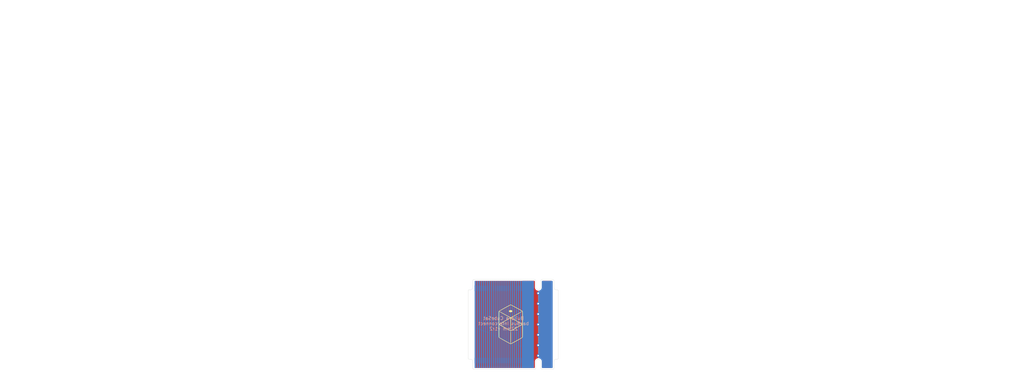
<source format=kicad_pcb>
(kicad_pcb (version 20240108) (generator "pcbnew") (generator_version "8.0")
  (title_block (title "bac bacBus Interconnect 22mm v1") (date "2024-10-06") (rev "2") (company "Build a CubeSat") (comment 1 "Manuel Imboden") (comment 2 "CC BY-SA 4.0") (comment 3 "https://buildacubesat.space") (comment 4 "22mm"))
  (layers (0 "F.Cu" signal) (31 "B.Cu" signal) (34 "B.Paste" user) (35 "F.Paste" user) (36 "B.SilkS" user "B.Silkscreen") (37 "F.SilkS" user "F.Silkscreen") (38 "B.Mask" user) (39 "F.Mask" user) (44 "Edge.Cuts" user))
  (net 0 "")
  (net 1 "GND")
  (net 2 "Net-(J1-Pin_41)")
  (net 3 "Net-(J1-Pin_29)")
  (net 4 "Net-(J1-Pin_37)")
  (net 5 "Net-(J1-Pin_43)")
  (net 6 "Net-(J1-Pin_42)")
  (net 7 "Net-(J1-Pin_31)")
  (net 8 "/+5V")
  (net 9 "Net-(J1-Pin_10)")
  (net 10 "/+3V3")
  (net 11 "Net-(J1-Pin_25)")
  (net 12 "Net-(J1-Pin_9)")
  (net 13 "Net-(J1-Pin_8)")
  (net 14 "Net-(J1-Pin_16)")
  (net 15 "Net-(J1-Pin_15)")
  (net 16 "Net-(J1-Pin_4)")
  (net 17 "Net-(J1-Pin_36)")
  (net 18 "Net-(J1-Pin_35)")
  (net 19 "Net-(J1-Pin_17)")
  (net 20 "Net-(J1-Pin_33)")
  (net 21 "Net-(J1-Pin_7)")
  (net 22 "Net-(J1-Pin_34)")
  (net 23 "Net-(J1-Pin_22)")
  (net 24 "Net-(J1-Pin_44)")
  (net 25 "Net-(J1-Pin_12)")
  (net 26 "Net-(J1-Pin_24)")
  (net 27 "Net-(J1-Pin_2)")
  (net 28 "Net-(J1-Pin_23)")
  (net 29 "Net-(J1-Pin_21)")
  (net 30 "Net-(J1-Pin_28)")
  (net 31 "Net-(J1-Pin_27)")
  (net 32 "Net-(J1-Pin_39)")
  (net 33 "Net-(J1-Pin_6)")
  (net 34 "Net-(J1-Pin_19)")
  (net 35 "Net-(J1-Pin_5)")
  (net 36 "Net-(J1-Pin_14)")
  (net 37 "Net-(J1-Pin_45)")
  (net 38 "Net-(J1-Pin_32)")
  (net 39 "Net-(J1-Pin_1)")
  (net 40 "Net-(J1-Pin_46)")
  (net 41 "Net-(J1-Pin_11)")
  (net 42 "Net-(J1-Pin_18)")
  (net 43 "Net-(J1-Pin_20)")
  (net 44 "Net-(J1-Pin_30)")
  (net 45 "Net-(J1-Pin_3)")
  (net 46 "Net-(J1-Pin_26)")
  (net 47 "Net-(J1-Pin_40)")
  (net 48 "Net-(J1-Pin_38)")
  (net 49 "Net-(J1-Pin_13)")
  (footprint "bac EPS v1:bac-M.2-Key-M-bacBus-Card-Edge-Zp" (layer "F.Cu") (at 150.354875 91.719554)
    (property "Reference" "J1" (hide yes))
    (property "Value" "bac M.2 Key-M Card Edge" (hide yes))
    (pad "1" smd rect (at -9.304757 -2.25) (size 0.35 2.5) (layers "B.Cu" "B.Mask") (net 39 "Net-(J1-Pin_1)"))
    (pad "2" smd rect (at -9.05 -2.25) (size 0.35 2.5) (layers "F.Cu" "F.Mask") (net 27 "Net-(J1-Pin_2)"))
    (pad "3" smd rect (at -8.804757 -2.25) (size 0.35 2.5) (layers "B.Cu" "B.Mask") (net 45 "Net-(J1-Pin_3)"))
    (pad "4" smd rect (at -8.55 -2.25) (size 0.35 2.5) (layers "F.Cu" "F.Mask") (net 16 "Net-(J1-Pin_4)"))
    (pad "5" smd rect (at -8.304757 -2.25) (size 0.35 2.5) (layers "B.Cu" "B.Mask") (net 35 "Net-(J1-Pin_5)"))
    (pad "6" smd rect (at -8.05 -2.25) (size 0.35 2.5) (layers "F.Cu" "F.Mask") (net 33 "Net-(J1-Pin_6)"))
    (pad "7" smd rect (at -7.804757 -2.25) (size 0.35 2.5) (layers "B.Cu" "B.Mask") (net 21 "Net-(J1-Pin_7)"))
    (pad "8" smd rect (at -7.55 -2.25) (size 0.35 2.5) (layers "F.Cu" "F.Mask") (net 13 "Net-(J1-Pin_8)"))
    (pad "9" smd rect (at -7.304757 -2.25) (size 0.35 2.5) (layers "B.Cu" "B.Mask") (net 12 "Net-(J1-Pin_9)"))
    (pad "10" smd rect (at -7.05 -2.25) (size 0.35 2.5) (layers "F.Cu" "F.Mask") (net 9 "Net-(J1-Pin_10)"))
    (pad "11" smd rect (at -6.804757 -2.25) (size 0.35 2.5) (layers "B.Cu" "B.Mask") (net 41 "Net-(J1-Pin_11)"))
    (pad "12" smd rect (at -6.55 -2.25) (size 0.35 2.5) (layers "F.Cu" "F.Mask") (net 25 "Net-(J1-Pin_12)"))
    (pad "13" smd rect (at -6.304757 -2.25) (size 0.35 2.5) (layers "B.Cu" "B.Mask") (net 49 "Net-(J1-Pin_13)"))
    (pad "14" smd rect (at -6.05 -2.25) (size 0.35 2.5) (layers "F.Cu" "F.Mask") (net 36 "Net-(J1-Pin_14)"))
    (pad "15" smd rect (at -5.804757 -2.25) (size 0.35 2.5) (layers "B.Cu" "B.Mask") (net 15 "Net-(J1-Pin_15)"))
    (pad "16" smd rect (at -5.55 -2.25) (size 0.35 2.5) (layers "F.Cu" "F.Mask") (net 14 "Net-(J1-Pin_16)"))
    (pad "17" smd rect (at -5.304757 -2.25) (size 0.35 2.5) (layers "B.Cu" "B.Mask") (net 19 "Net-(J1-Pin_17)"))
    (pad "18" smd rect (at -5.05 -2.25) (size 0.35 2.5) (layers "F.Cu" "F.Mask") (net 42 "Net-(J1-Pin_18)"))
    (pad "19" smd rect (at -4.804757 -2.25) (size 0.35 2.5) (layers "B.Cu" "B.Mask") (net 34 "Net-(J1-Pin_19)"))
    (pad "20" smd rect (at -4.55 -2.25) (size 0.35 2.5) (layers "F.Cu" "F.Mask") (net 43 "Net-(J1-Pin_20)"))
    (pad "21" smd rect (at -4.304757 -2.25) (size 0.35 2.5) (layers "B.Cu" "B.Mask") (net 29 "Net-(J1-Pin_21)"))
    (pad "22" smd rect (at -4.05 -2.25) (size 0.35 2.5) (layers "F.Cu" "F.Mask") (net 23 "Net-(J1-Pin_22)"))
    (pad "23" smd rect (at -3.804757 -2.25) (size 0.35 2.5) (layers "B.Cu" "B.Mask") (net 28 "Net-(J1-Pin_23)"))
    (pad "24" smd rect (at -3.55 -2.25) (size 0.35 2.5) (layers "F.Cu" "F.Mask") (net 26 "Net-(J1-Pin_24)"))
    (pad "25" smd rect (at -3.304757 -2.25) (size 0.35 2.5) (layers "B.Cu" "B.Mask") (net 11 "Net-(J1-Pin_25)"))
    (pad "26" smd rect (at -3.05 -2.25) (size 0.35 2.5) (layers "F.Cu" "F.Mask") (net 46 "Net-(J1-Pin_26)"))
    (pad "27" smd rect (at -2.804757 -2.25) (size 0.35 2.5) (layers "B.Cu" "B.Mask") (net 31 "Net-(J1-Pin_27)"))
    (pad "28" smd rect (at -2.55 -2.25) (size 0.35 2.5) (layers "F.Cu" "F.Mask") (net 30 "Net-(J1-Pin_28)"))
    (pad "29" smd rect (at -2.304757 -2.25) (size 0.35 2.5) (layers "B.Cu" "B.Mask") (net 3 "Net-(J1-Pin_29)"))
    (pad "30" smd rect (at -2.05 -2.25) (size 0.35 2.5) (layers "F.Cu" "F.Mask") (net 44 "Net-(J1-Pin_30)"))
    (pad "31" smd rect (at -1.804757 -2.25) (size 0.35 2.5) (layers "B.Cu" "B.Mask") (net 7 "Net-(J1-Pin_31)"))
    (pad "32" smd rect (at -1.55 -2.25) (size 0.35 2.5) (layers "F.Cu" "F.Mask") (net 38 "Net-(J1-Pin_32)"))
    (pad "33" smd rect (at -1.304757 -2.25) (size 0.35 2.5) (layers "B.Cu" "B.Mask") (net 20 "Net-(J1-Pin_33)"))
    (pad "34" smd rect (at -1.05 -2.25) (size 0.35 2.5) (layers "F.Cu" "F.Mask") (net 22 "Net-(J1-Pin_34)"))
    (pad "35" smd rect (at -0.804757 -2.25) (size 0.35 2.5) (layers "B.Cu" "B.Mask") (net 18 "Net-(J1-Pin_35)"))
    (pad "36" smd rect (at -0.55 -2.25) (size 0.35 2.5) (layers "F.Cu" "F.Mask") (net 17 "Net-(J1-Pin_36)"))
    (pad "37" smd rect (at -0.304757 -2.25) (size 0.35 2.5) (layers "B.Cu" "B.Mask") (net 4 "Net-(J1-Pin_37)"))
    (pad "38" smd rect (at -0.05 -2.25) (size 0.35 2.5) (layers "F.Cu" "F.Mask") (net 48 "Net-(J1-Pin_38)"))
    (pad "39" smd rect (at 0.195243 -2.25) (size 0.35 2.5) (layers "B.Cu" "B.Mask") (net 32 "Net-(J1-Pin_39)"))
    (pad "40" smd rect (at 0.45 -2.25) (size 0.35 2.5) (layers "F.Cu" "F.Mask") (net 47 "Net-(J1-Pin_40)"))
    (pad "41" smd rect (at 0.695243 -2.25) (size 0.35 2.5) (layers "B.Cu" "B.Mask") (net 2 "Net-(J1-Pin_41)"))
    (pad "42" smd rect (at 0.95 -2.25) (size 0.35 2.5) (layers "F.Cu" "F.Mask") (net 6 "Net-(J1-Pin_42)"))
    (pad "43" smd rect (at 1.195243 -2.25) (size 0.35 2.5) (layers "B.Cu" "B.Mask") (net 5 "Net-(J1-Pin_43)"))
    (pad "44" smd rect (at 1.45 -2.25) (size 0.35 2.5) (layers "F.Cu" "F.Mask") (net 24 "Net-(J1-Pin_44)"))
    (pad "45" smd rect (at 1.695243 -2.25) (size 0.35 2.5) (layers "B.Cu" "B.Mask") (net 37 "Net-(J1-Pin_45)"))
    (pad "46" smd rect (at 1.95 -2.25) (size 0.35 2.5) (layers "F.Cu" "F.Mask") (net 40 "Net-(J1-Pin_46)"))
    (pad "47" smd rect (at 2.195243 -2.25) (size 0.35 2.5) (layers "B.Cu" "B.Mask") (net 10 "/+3V3"))
    (pad "48" smd rect (at 2.45 -2.25) (size 0.35 2.5) (layers "F.Cu" "F.Mask") (net 1 "GND"))
    (pad "49" smd rect (at 2.695243 -2.25) (size 0.35 2.5) (layers "B.Cu" "B.Mask") (net 10 "/+3V3"))
    (pad "50" smd rect (at 2.95 -2.25) (size 0.35 2.5) (layers "F.Cu" "F.Mask") (net 1 "GND"))
    (pad "51" smd rect (at 3.195243 -2.25) (size 0.35 2.5) (layers "B.Cu" "B.Mask") (net 10 "/+3V3"))
    (pad "52" smd rect (at 3.45 -2.25) (size 0.35 2.5) (layers "F.Cu" "F.Mask") (net 1 "GND"))
    (pad "53" smd rect (at 3.695243 -2.25) (size 0.35 2.5) (layers "B.Cu" "B.Mask") (net 10 "/+3V3"))
    (pad "54" smd rect (at 3.95 -2.25) (size 0.35 2.5) (layers "F.Cu" "F.Mask") (net 1 "GND"))
    (pad "55" smd rect (at 4.195243 -2.25) (size 0.35 2.5) (layers "B.Cu" "B.Mask") (net 10 "/+3V3"))
    (pad "56" smd rect (at 4.45 -2.25) (size 0.35 2.5) (layers "F.Cu" "F.Mask") (net 1 "GND"))
    (pad "57" smd rect (at 4.695243 -2.25) (size 0.35 2.5) (layers "B.Cu" "B.Mask") (net 10 "/+3V3"))
    (pad "58" smd rect (at 4.95 -2.25) (size 0.35 2.5) (layers "F.Cu" "F.Mask") (net 1 "GND"))
    (pad "67" smd rect (at 7.195243 -2.25) (size 0.35 2.5) (layers "B.Cu" "B.Mask") (net 1 "GND"))
    (pad "68" smd rect (at 7.45 -2.25) (size 0.35 2.5) (layers "F.Cu" "F.Mask") (net 8 "/+5V"))
    (pad "69" smd rect (at 7.695243 -2.25) (size 0.35 2.5) (layers "B.Cu" "B.Mask") (net 1 "GND"))
    (pad "70" smd rect (at 7.95 -2.25) (size 0.35 2.5) (layers "F.Cu" "F.Mask") (net 8 "/+5V"))
    (pad "71" smd rect (at 8.195243 -2.25) (size 0.35 2.5) (layers "B.Cu" "B.Mask") (net 1 "GND"))
    (pad "72" smd rect (at 8.45 -2.25) (size 0.35 2.5) (layers "F.Cu" "F.Mask") (net 8 "/+5V"))
    (pad "73" smd rect (at 8.695243 -2.25) (size 0.35 2.5) (layers "B.Cu" "B.Mask") (net 1 "GND"))
    (pad "74" smd rect (at 8.95 -2.25) (size 0.35 2.5) (layers "F.Cu" "F.Mask") (net 8 "/+5V"))
    (pad "75" smd rect (at 9.2 -2.25) (size 0.35 2.5) (layers "B.Cu" "B.Mask") (net 1 "GND"))
  )
  (footprint "bac EPS v1:bac-M.2-Key-M-bacBus-Card-Edge-Zm" (layer "F.Cu") (at 150.150059 110.197277)
    (property "Reference" "J2" (hide yes))
    (property "Value" "bac M.2 Key-M Card Edge" (hide yes))
    (pad "1" smd rect (at -9.104757 -1.95 180) (size 0.35 2.5) (layers "B.Cu" "B.Mask") (net 39 "Net-(J1-Pin_1)"))
    (pad "2" smd rect (at -8.85 -1.95 180) (size 0.35 2.5) (layers "F.Cu" "F.Mask") (net 27 "Net-(J1-Pin_2)"))
    (pad "3" smd rect (at -8.604757 -1.95 180) (size 0.35 2.5) (layers "B.Cu" "B.Mask") (net 45 "Net-(J1-Pin_3)"))
    (pad "4" smd rect (at -8.35 -1.95 180) (size 0.35 2.5) (layers "F.Cu" "F.Mask") (net 16 "Net-(J1-Pin_4)"))
    (pad "5" smd rect (at -8.104757 -1.95 180) (size 0.35 2.5) (layers "B.Cu" "B.Mask") (net 35 "Net-(J1-Pin_5)"))
    (pad "6" smd rect (at -7.85 -1.95 180) (size 0.35 2.5) (layers "F.Cu" "F.Mask") (net 33 "Net-(J1-Pin_6)"))
    (pad "7" smd rect (at -7.604757 -1.95 180) (size 0.35 2.5) (layers "B.Cu" "B.Mask") (net 21 "Net-(J1-Pin_7)"))
    (pad "8" smd rect (at -7.35 -1.95 180) (size 0.35 2.5) (layers "F.Cu" "F.Mask") (net 13 "Net-(J1-Pin_8)"))
    (pad "9" smd rect (at -7.104757 -1.95 180) (size 0.35 2.5) (layers "B.Cu" "B.Mask") (net 12 "Net-(J1-Pin_9)"))
    (pad "10" smd rect (at -6.85 -1.95 180) (size 0.35 2.5) (layers "F.Cu" "F.Mask") (net 9 "Net-(J1-Pin_10)"))
    (pad "11" smd rect (at -6.604757 -1.95 180) (size 0.35 2.5) (layers "B.Cu" "B.Mask") (net 41 "Net-(J1-Pin_11)"))
    (pad "12" smd rect (at -6.35 -1.95 180) (size 0.35 2.5) (layers "F.Cu" "F.Mask") (net 25 "Net-(J1-Pin_12)"))
    (pad "13" smd rect (at -6.104757 -1.95 180) (size 0.35 2.5) (layers "B.Cu" "B.Mask") (net 49 "Net-(J1-Pin_13)"))
    (pad "14" smd rect (at -5.85 -1.95 180) (size 0.35 2.5) (layers "F.Cu" "F.Mask") (net 36 "Net-(J1-Pin_14)"))
    (pad "15" smd rect (at -5.604757 -1.95 180) (size 0.35 2.5) (layers "B.Cu" "B.Mask") (net 15 "Net-(J1-Pin_15)"))
    (pad "16" smd rect (at -5.35 -1.95 180) (size 0.35 2.5) (layers "F.Cu" "F.Mask") (net 14 "Net-(J1-Pin_16)"))
    (pad "17" smd rect (at -5.104757 -1.95 180) (size 0.35 2.5) (layers "B.Cu" "B.Mask") (net 19 "Net-(J1-Pin_17)"))
    (pad "18" smd rect (at -4.85 -1.95 180) (size 0.35 2.5) (layers "F.Cu" "F.Mask") (net 42 "Net-(J1-Pin_18)"))
    (pad "19" smd rect (at -4.604757 -1.95 180) (size 0.35 2.5) (layers "B.Cu" "B.Mask") (net 34 "Net-(J1-Pin_19)"))
    (pad "20" smd rect (at -4.35 -1.95 180) (size 0.35 2.5) (layers "F.Cu" "F.Mask") (net 43 "Net-(J1-Pin_20)"))
    (pad "21" smd rect (at -4.104757 -1.95 180) (size 0.35 2.5) (layers "B.Cu" "B.Mask") (net 29 "Net-(J1-Pin_21)"))
    (pad "22" smd rect (at -3.85 -1.95 180) (size 0.35 2.5) (layers "F.Cu" "F.Mask") (net 23 "Net-(J1-Pin_22)"))
    (pad "23" smd rect (at -3.604757 -1.95 180) (size 0.35 2.5) (layers "B.Cu" "B.Mask") (net 28 "Net-(J1-Pin_23)"))
    (pad "24" smd rect (at -3.35 -1.95 180) (size 0.35 2.5) (layers "F.Cu" "F.Mask") (net 26 "Net-(J1-Pin_24)"))
    (pad "25" smd rect (at -3.104757 -1.95 180) (size 0.35 2.5) (layers "B.Cu" "B.Mask") (net 11 "Net-(J1-Pin_25)"))
    (pad "26" smd rect (at -2.85 -1.95 180) (size 0.35 2.5) (layers "F.Cu" "F.Mask") (net 46 "Net-(J1-Pin_26)"))
    (pad "27" smd rect (at -2.604757 -1.95 180) (size 0.35 2.5) (layers "B.Cu" "B.Mask") (net 31 "Net-(J1-Pin_27)"))
    (pad "28" smd rect (at -2.35 -1.95 180) (size 0.35 2.5) (layers "F.Cu" "F.Mask") (net 30 "Net-(J1-Pin_28)"))
    (pad "29" smd rect (at -2.104757 -1.95 180) (size 0.35 2.5) (layers "B.Cu" "B.Mask") (net 3 "Net-(J1-Pin_29)"))
    (pad "30" smd rect (at -1.85 -1.95 180) (size 0.35 2.5) (layers "F.Cu" "F.Mask") (net 44 "Net-(J1-Pin_30)"))
    (pad "31" smd rect (at -1.604757 -1.95 180) (size 0.35 2.5) (layers "B.Cu" "B.Mask") (net 7 "Net-(J1-Pin_31)"))
    (pad "32" smd rect (at -1.35 -1.95 180) (size 0.35 2.5) (layers "F.Cu" "F.Mask") (net 38 "Net-(J1-Pin_32)"))
    (pad "33" smd rect (at -1.104757 -1.95 180) (size 0.35 2.5) (layers "B.Cu" "B.Mask") (net 20 "Net-(J1-Pin_33)"))
    (pad "34" smd rect (at -0.85 -1.95 180) (size 0.35 2.5) (layers "F.Cu" "F.Mask") (net 22 "Net-(J1-Pin_34)"))
    (pad "35" smd rect (at -0.604757 -1.95 180) (size 0.35 2.5) (layers "B.Cu" "B.Mask") (net 18 "Net-(J1-Pin_35)"))
    (pad "36" smd rect (at -0.35 -1.95 180) (size 0.35 2.5) (layers "F.Cu" "F.Mask") (net 17 "Net-(J1-Pin_36)"))
    (pad "37" smd rect (at -0.104757 -1.95 180) (size 0.35 2.5) (layers "B.Cu" "B.Mask") (net 4 "Net-(J1-Pin_37)"))
    (pad "38" smd rect (at 0.15 -1.95 180) (size 0.35 2.5) (layers "F.Cu" "F.Mask") (net 48 "Net-(J1-Pin_38)"))
    (pad "39" smd rect (at 0.395243 -1.95 180) (size 0.35 2.5) (layers "B.Cu" "B.Mask") (net 32 "Net-(J1-Pin_39)"))
    (pad "40" smd rect (at 0.65 -1.95 180) (size 0.35 2.5) (layers "F.Cu" "F.Mask") (net 47 "Net-(J1-Pin_40)"))
    (pad "41" smd rect (at 0.895243 -1.95 180) (size 0.35 2.5) (layers "B.Cu" "B.Mask") (net 2 "Net-(J1-Pin_41)"))
    (pad "42" smd rect (at 1.15 -1.95 180) (size 0.35 2.5) (layers "F.Cu" "F.Mask") (net 6 "Net-(J1-Pin_42)"))
    (pad "43" smd rect (at 1.395243 -1.95 180) (size 0.35 2.5) (layers "B.Cu" "B.Mask") (net 5 "Net-(J1-Pin_43)"))
    (pad "44" smd rect (at 1.65 -1.95 180) (size 0.35 2.5) (layers "F.Cu" "F.Mask") (net 24 "Net-(J1-Pin_44)"))
    (pad "45" smd rect (at 1.895243 -1.95 180) (size 0.35 2.5) (layers "B.Cu" "B.Mask") (net 37 "Net-(J1-Pin_45)"))
    (pad "46" smd rect (at 2.15 -1.95 180) (size 0.35 2.5) (layers "F.Cu" "F.Mask") (net 40 "Net-(J1-Pin_46)"))
    (pad "47" smd rect (at 2.395243 -1.95 180) (size 0.35 2.5) (layers "B.Cu" "B.Mask") (net 10 "/+3V3"))
    (pad "48" smd rect (at 2.65 -1.95 180) (size 0.35 2.5) (layers "F.Cu" "F.Mask") (net 1 "GND"))
    (pad "49" smd rect (at 2.895243 -1.95 180) (size 0.35 2.5) (layers "B.Cu" "B.Mask") (net 10 "/+3V3"))
    (pad "50" smd rect (at 3.15 -1.95 180) (size 0.35 2.5) (layers "F.Cu" "F.Mask") (net 1 "GND"))
    (pad "51" smd rect (at 3.395243 -1.95 180) (size 0.35 2.5) (layers "B.Cu" "B.Mask") (net 10 "/+3V3"))
    (pad "52" smd rect (at 3.65 -1.95 180) (size 0.35 2.5) (layers "F.Cu" "F.Mask") (net 1 "GND"))
    (pad "53" smd rect (at 3.895243 -1.95 180) (size 0.35 2.5) (layers "B.Cu" "B.Mask") (net 10 "/+3V3"))
    (pad "54" smd rect (at 4.15 -1.95 180) (size 0.35 2.5) (layers "F.Cu" "F.Mask") (net 1 "GND"))
    (pad "55" smd rect (at 4.395243 -1.95 180) (size 0.35 2.5) (layers "B.Cu" "B.Mask") (net 10 "/+3V3"))
    (pad "56" smd rect (at 4.65 -1.95 180) (size 0.35 2.5) (layers "F.Cu" "F.Mask") (net 1 "GND"))
    (pad "57" smd rect (at 4.895243 -1.95 180) (size 0.35 2.5) (layers "B.Cu" "B.Mask") (net 10 "/+3V3"))
    (pad "58" smd rect (at 5.15 -1.95 180) (size 0.35 2.5) (layers "F.Cu" "F.Mask") (net 1 "GND"))
    (pad "67" smd rect (at 7.395243 -1.95 180) (size 0.35 2.5) (layers "B.Cu" "B.Mask") (net 1 "GND"))
    (pad "68" smd rect (at 7.65 -1.95 180) (size 0.35 2.5) (layers "F.Cu" "F.Mask") (net 8 "/+5V"))
    (pad "69" smd rect (at 7.895243 -1.95 180) (size 0.35 2.5) (layers "B.Cu" "B.Mask") (net 1 "GND"))
    (pad "70" smd rect (at 8.15 -1.95 180) (size 0.35 2.5) (layers "F.Cu" "F.Mask") (net 8 "/+5V"))
    (pad "71" smd rect (at 8.395243 -1.95 180) (size 0.35 2.5) (layers "B.Cu" "B.Mask") (net 1 "GND"))
    (pad "72" smd rect (at 8.65 -1.95 180) (size 0.35 2.5) (layers "F.Cu" "F.Mask") (net 8 "/+5V"))
    (pad "73" smd rect (at 8.895243 -1.95 180) (size 0.35 2.5) (layers "B.Cu" "B.Mask") (net 1 "GND"))
    (pad "74" smd rect (at 9.15 -1.95 180) (size 0.35 2.5) (layers "F.Cu" "F.Mask") (net 8 "/+5V"))
    (pad "75" smd rect (at 9.4 -1.95 180) (size 0.35 2.5) (layers "B.Cu" "B.Mask") (net 1 "GND"))
  )
  (footprint "bac EPS v1:bac-logo-silkscreen-10mm" (layer "F.Cu") (at 149.700059 98.797277)
    (property "Reference" "G***" (hide yes))
    (property "Value" "LOGO" (hide yes))
    (fp_poly (pts (xy 0.104629 -3.433535) (xy 0.247587 -3.3864) (xy 0.282591 -3.364288) (xy 0.368257 -3.264927) (xy 0.385573 -3.155463) (xy 0.334314 -3.050569) (xy 0.288032 -3.00818) (xy 0.162874 -2.950084) (xy 0.002159 -2.921681) (xy -0.16106 -2.925964) (xy -0.276101 -2.957095) (xy -0.406526 -3.040834) (xy -0.468708 -3.13807) (xy -0.461196 -3.241423) (xy -0.382538 -3.34351) (xy -0.356213 -3.364567) (xy -0.227256 -3.422632) (xy -0.063647 -3.445617)) (fill solid) (layer "F.SilkS"))
    (fp_poly (pts (xy -0.004538 1.737519) (xy 0.006841 1.763915) (xy 0.015967 1.815747) (xy 0.02308 1.899429) (xy 0.028416 2.021374) (xy 0.032213 2.187995) (xy 0.034709 2.405706) (xy 0.03614 2.68092) (xy 0.036745 3.020051) (xy 0.036812 3.221015) (xy 0.036539 3.595441) (xy 0.035561 3.902659) (xy 0.033641 4.149082) (xy 0.030542 4.341123) (xy 0.026026 4.485197) (xy 0.019855 4.587716) (xy 0.011791 4.655093) (xy 0.001598 4.693743) (xy -0.010962 4.710079) (xy -0.018405 4.711884) (xy -0.032273 4.704511) (xy -0.043652 4.678115) (xy -0.052778 4.626282) (xy -0.059891 4.542601) (xy -0.065227 4.420656) (xy -0.069024 4.254035) (xy -0.07152 4.036324) (xy -0.072951 3.76111) (xy -0.073556 3.421979) (xy -0.073623 3.221015) (xy -0.07335 2.846589) (xy -0.072372 2.539371) (xy -0.070452 2.292948) (xy -0.067353 2.100906) (xy -0.062837 1.956833) (xy -0.056665 1.854314) (xy -0.048602 1.786936) (xy -0.038409 1.748286) (xy -0.025849 1.731951) (xy -0.018405 1.730145)) (fill solid) (layer "F.SilkS"))
    (fp_poly (pts (xy 0.019223 -4.779189) (xy 0.123791 -4.730485) (xy 0.276085 -4.654574) (xy 0.46789 -4.555912) (xy 0.690993 -4.438956) (xy 0.93718 -4.308166) (xy 1.198238 -4.167997) (xy 1.465954 -4.022906) (xy 1.732112 -3.877353) (xy 1.988501 -3.735793) (xy 2.226905 -3.602683) (xy 2.439112 -3.482482) (xy 2.616908 -3.379647) (xy 2.752079 -3.298635) (xy 2.836412 -3.243903) (xy 2.850317 -3.233478) (xy 2.863781 -3.221732) (xy 2.875574 -3.206375) (xy 2.885821 -3.182698) (xy 2.894648 -3.14599) (xy 2.902184 -3.091543) (xy 2.908553 -3.014647) (xy 2.913883 -2.910592) (xy 2.918301 -2.774667) (xy 2.921931 -2.602164) (xy 2.924902 -2.388373) (xy 2.92734 -2.128584) (xy 2.92937 -1.818087) (xy 2.931121 -1.452173) (xy 2.932718 -1.026132) (xy 2.934287 -0.535254) (xy 2.935721 -0.054402) (xy 2.936776 0.420842) (xy 2.937115 0.876688) (xy 2.936772 1.307515) (xy 2.935783 1.707705) (xy 2.934183 2.071639) (xy 2.932008 2.393697) (xy 2.929294 2.66826) (xy 2.926075 2.889709) (xy 2.922387 3.052425) (xy 2.918265 3.150789) (xy 2.915371 3.17755) (xy 2.903968 3.20753) (xy 2.881588 3.239543) (xy 2.84253 3.277172) (xy 2.781093 3.323999) (xy 2.691576 3.383608) (xy 2.568278 3.459583) (xy 2.405498 3.555505) (xy 2.197534 3.674958) (xy 1.938686 3.821526) (xy 1.623252 3.998791) (xy 1.488925 4.074072) (xy 1.094877 4.293493) (xy 0.762474 4.475725) (xy 0.490267 4.621519) (xy 0.276807 4.731627) (xy 0.120646 4.806802) (xy 0.020334 4.847796) (xy -0.018405 4.85657) (xy -0.079966 4.839705) (xy -0.197515 4.788667) (xy -0.372324 4.702801) (xy -0.60566 4.581453) (xy -0.898795 4.423967) (xy -1.252998 4.229688) (xy -1.509275 4.087436) (xy -1.902273 3.866997) (xy -2.233045 3.678307) (xy -2.500995 3.52172) (xy -2.705531 3.397594) (xy -2.846059 3.306283) (xy -2.921985 3.248143) (xy -2.934947 3.232842) (xy -2.94338 3.200192) (xy -2.950794 3.133602) (xy -2.957242 3.029342) (xy -2.962777 2.883678) (xy -2.967453 2.692879) (xy -2.97132 2.453213) (xy -2.974434 2.160949) (xy -2.976846 1.812353) (xy -2.978609 1.403694) (xy -2.979776 0.93124) (xy -2.9804 0.391259) (xy -2.980491 0.14074) (xy -2.835305 0.14074) (xy -2.825696 1.680877) (xy -2.816087 3.221015) (xy -1.454058 3.98257) (xy -1.134001 4.160292) (xy -0.843 4.31944) (xy -0.586663 4.457085) (xy -0.370598 4.570297) (xy -0.200415 4.656144) (xy -0.081721 4.711699) (xy -0.020126 4.734029) (xy -0.015221 4.73426) (xy 0.032645 4.71477) (xy 0.137647 4.663169) (xy 0.292642 4.583245) (xy 0.490487 4.478785) (xy 0.72404 4.353577) (xy 0.986156 4.211409) (xy 1.269695 4.056067) (xy 1.414609 3.976109) (xy 1.703835 3.81542) (xy 1.972636 3.664668) (xy 2.214234 3.527757) (xy 2.42185 3.408595) (xy 2.588705 3.311086) (xy 2.708021 3.239137) (xy 2.773019 3.196654) (xy 2.783077 3.187571) (xy 2.7862 3.143104) (xy 2.788645 3.033025) (xy 2.790384 2.865345) (xy 2.791386 2.648072) (xy 2.79162 2.389215) (xy 2.791056 2.096785) (xy 2.789664 1.77879) (xy 2.788899 1.651002) (xy 2.779276 0.154685) (xy 1.42063 0.910205) (xy 1.128587 1.071531) (xy 0.85414 1.221079) (xy 0.604436 1.355103) (xy 0.386622 1.46986) (xy 0.207847 1.561605) (xy 0.075256 1.626595) (xy -0.004002 1.661085) (xy -0.021607 1.665725) (xy -0.066816 1.648554) (xy -0.168095 1.600005) (xy -0.317196 1.524528) (xy -0.505868 1.426571) (xy -0.725863 1.310582) (xy -0.968932 1.181011) (xy -1.226827 1.042306) (xy -1.491298 0.898915) (xy -1.754097 0.755287) (xy -2.006974 0.615871) (xy -2.241681 0.485115) (xy -2.449969 0.367467) (xy -2.623588 0.267378) (xy -2.715261 0.213048) (xy -2.835305 0.14074) (xy -2.980491 0.14074) (xy -2.98052 0.061477) (xy -2.753272 0.061477) (xy -2.74416 0.072219) (xy -2.728565 0.073624) (xy -2.690436 0.090997) (xy -2.595011 0.140605) (xy -2.449215 0.218679) (xy -2.259972 0.32145) (xy -2.034206 0.44515) (xy -1.778842 0.58601) (xy -1.500803 0.740262) (xy -1.375844 0.809855) (xy -1.090157 0.968717) (xy -0.824146 1.115808) (xy -0.584737 1.24736) (xy -0.378859 1.359605) (xy -0.213437 1.448773) (xy -0.095399 1.511095) (xy -0.031671 1.542804) (xy -0.022689 1.546087) (xy 0.015624 1.52878) (xy 0.111227 1.479383) (xy 0.257118 1.401687) (xy 0.446299 1.299481) (xy 0.671768 1.176553) (xy 0.926526 1.036692) (xy 1.203573 0.883689) (xy 1.308708 0.825404) (xy 1.593611 0.667024) (xy 1.859727 0.518562) (xy 2.099859 0.38407) (xy 2.306809 0.267605) (xy 2.473379 0.17322) (xy 2.59237 0.104972) (xy 2.656584 0.066914) (xy 2.664672 0.061563) (xy 2.669771 0.045575) (xy 2.650282 0.019258) (xy 2.60121 -0.020451) (xy 2.51756 -0.076616) (xy 2.394338 -0.152299) (xy 2.226549 -0.250565) (xy 2.009198 -0.374475) (xy 1.737289 -0.527094) (xy 1.40583 -0.711485) (xy 1.388598 -0.721043) (xy 0.055218 -1.460491) (xy 0.045597 0.005986) (xy 0.042859 0.377898) (xy 0.039805 0.682596) (xy 0.036156 0.926487) (xy 0.031633 1.11598) (xy 0.025955 1.257484) (xy 0.018843 1.357407) (xy 0.010018 1.422158) (xy -0.0008 1.458144) (xy -0.013892 1.471776) (xy -0.018405 1.472464) (xy -0.032238 1.464409) (xy -0.043716 1.435974) (xy -0.053119 1.380758) (xy -0.060724 1.292357) (xy -0.066812 1.164369) (xy -0.07166 0.99039) (xy -0.075549 0.764019) (xy -0.078756 0.478852) (xy -0.081561 0.128487) (xy -0.082408 0.003258) (xy -0.092029 -1.465947) (xy -1.425872 -0.723771) (xy -1.770377 -0.531647) (xy -2.054765 -0.371939) (xy -2.283583 -0.241861) (xy -2.461378 -0.138632) (xy -2.592697 -0.059466) (xy -2.682088 -0.001582) (xy -2.734097 0.037805) (xy -2.753272 0.061477) (xy -2.98052 0.061477) (xy -2.980538 0.012759) (xy -2.980527 -0.541662) (xy -2.980297 -1.027149) (xy -2.979757 -1.448395) (xy -2.979363 -1.59931) (xy -2.834492 -1.59931) (xy -2.834492 -0.078649) (xy -1.518478 -0.81242) (xy -1.234044 -0.971562) (xy -0.970365 -1.120154) (xy -0.734238 -1.254286) (xy -0.532459 -1.370049) (xy -0.371827 -1.463533) (xy -0.259139 -1.530828) (xy -0.201192 -1.568025) (xy -0.194808 -1.573747) (xy -0.224299 -1.596864) (xy -0.311685 -1.651313) (xy -0.450207 -1.733212) (xy -0.633107 -1.838678) (xy -0.853626 -1.963825) (xy -1.105004 -2.104772) (xy -1.380484 -2.257634) (xy -1.492065 -2.31913) (xy -1.844164 -2.5138) (xy -2.134664 -2.676777) (xy -2.367239 -2.810428) (xy -2.54556 -2.917118) (xy -2.673301 -2.999214) (xy -2.754135 -3.059082) (xy -2.791734 -3.099086) (xy -2.789772 -3.121594) (xy -2.751921 -3.128971) (xy -2.749308 -3.128985) (xy -2.707641 -3.111568) (xy -2.608834 -3.061839) (xy -2.459918 -2.983581) (xy -2.267921 -2.880577) (xy -2.039872 -2.75661) (xy -1.7828 -2.615463) (xy -1.503735 -2.460918) (xy -1.381352 -2.392753) (xy -1.095527 -2.233795) (xy -0.829128 -2.086624) (xy -0.589122 -1.955016) (xy -0.382476 -1.842748) (xy -0.216156 -1.753595) (xy -0.097131 -1.691333) (xy -0.032366 -1.659738) (xy -0.022972 -1.656521) (xy 0.016613 -1.673836) (xy 0.113528 -1.723282) (xy 0.260812 -1.801108) (xy 0.451508 -1.903566) (xy 0.678655 -2.026907) (xy 0.935295 -2.167382) (xy 1.214468 -2.321241) (xy 1.343624 -2.392753) (xy 1.630932 -2.551435) (xy 1.899159 -2.698379) (xy 2.141287 -2.829829) (xy 2.350299 -2.942029) (xy 2.519177 -3.031224) (xy 2.640905 -3.093659) (xy 2.708466 -3.125577) (xy 2.719213 -3.128985) (xy 2.752239 -3.122867) (xy 2.753081 -3.102833) (xy 2.717782 -3.066365) (xy 2.642384 -3.010945) (xy 2.522928 -2.934054) (xy 2.355457 -2.833174) (xy 2.136013 -2.705787) (xy 1.860638 -2.549374) (xy 1.525374 -2.361417) (xy 1.424435 -2.305136) (xy 0.110699 -1.573315) (xy 1.444987 -0.830091) (xy 2.779276 -0.086866) (xy 2.788893 -1.596993) (xy 2.79091 -1.989163) (xy 2.79142 -2.313355) (xy 2.790291 -2.575201) (xy 2.787387 -2.780334) (xy 2.782576 -2.934386) (xy 2.775725 -3.04299) (xy 2.766699 -3.111777) (xy 2.755366 -3.14638) (xy 2.752081 -3.15042) (xy 2.705367 -3.181933) (xy 2.603341 -3.243026) (xy 2.454238 -3.329176) (xy 2.266295 -3.435858) (xy 2.047747 -3.558548) (xy 1.806829 -3.69272) (xy 1.551777 -3.833852) (xy 1.290827 -3.977418) (xy 1.032214 -4.118894) (xy 0.784174 -4.253755) (xy 0.554942 -4.377477) (xy 0.352753 -4.485536) (xy 0.185844 -4.573407) (xy 0.06245 -4.636565) (xy -0.009194 -4.670487) (xy -0.023149 -4.675072) (xy -0.063844 -4.657834) (xy -0.160549 -4.60913) (xy -0.30504 -4.533475) (xy -0.489096 -4.435385) (xy -0.704493 -4.319376) (xy -0.943009 -4.189962) (xy -1.196422 -4.051659) (xy -1.456509 -3.908983) (xy -1.715047 -3.766449) (xy -1.963814 -3.628572) (xy -2.194588 -3.499869) (xy -2.399145 -3.384853) (xy -2.569264 -3.288041) (xy -2.696722 -3.213949) (xy -2.773296 -3.167091) (xy -2.788478 -3.156482) (xy -2.800431 -3.130415) (xy -2.810293 -3.069331) (xy -2.818224 -2.967835) (xy -2.824382 -2.820533) (xy -2.828927 -2.622029) (xy -2.832019 -2.36693) (xy -2.833817 -2.04984) (xy -2.834481 -1.665364) (xy -2.834492 -1.59931) (xy -2.979363 -1.59931) (xy -2.978812 -1.81009) (xy -2.97737 -2.116924) (xy -2.975338 -2.373587) (xy -2.972623 -2.584771) (xy -2.969132 -2.755167) (xy -2.964772 -2.889463) (xy -2.95945 -2.992352) (xy -2.953073 -3.068524) (xy -2.945548 -3.122669) (xy -2.936782 -3.159477) (xy -2.926683 -3.183641) (xy -2.916895 -3.197841) (xy -2.867211 -3.236586) (xy -2.76159 -3.304746) (xy -2.608277 -3.397758) (xy -2.415517 -3.511058) (xy -2.191552 -3.640082) (xy -1.944627 -3.780267) (xy -1.682985 -3.92705) (xy -1.41487 -4.075868) (xy -1.148527 -4.222156) (xy -0.892199 -4.361351) (xy -0.654129 -4.488891) (xy -0.442563 -4.600211) (xy -0.265743 -4.690747) (xy -0.131914 -4.755938) (xy -0.049319 -4.791219) (xy -0.029406 -4.796229)) (fill solid) (layer "F.SilkS"))
  )
  (gr_arc (start 160.250118 107.847277) (mid 160.396606 107.493789) (end 160.750118 107.347277) (stroke (width 0.05)) (layer "Edge.Cuts"))
  (gr_line (start 155.825059 107.947277) (end 155.825118 109.608277) (stroke (width 0.05)) (layer "Edge.Cuts"))
  (gr_arc (start 161.300118 107.097277) (mid 161.226912 107.27409) (end 161.050118 107.347277) (stroke (width 0.05)) (layer "Edge.Cuts"))
  (gr_arc (start 155.825059 107.947277) (mid 156.000836 107.523078) (end 156.425059 107.347277) (stroke (width 0.05)) (layer "Edge.Cuts"))
  (gr_line (start 155.575118 87.858554) (end 140.625118 87.858554) (stroke (width 0.05)) (layer "Edge.Cuts"))
  (gr_arc (start 139.275118 90.622277) (mid 139.34838 90.445551) (end 139.525118 90.372277) (stroke (width 0.05)) (layer "Edge.Cuts"))
  (gr_line (start 155.575118 109.858277) (end 140.625118 109.858277) (stroke (width 0.05)) (layer "Edge.Cuts"))
  (gr_line (start 139.875118 90.372277) (end 139.525118 90.372277) (stroke (width 0.05)) (layer "Edge.Cuts"))
  (gr_line (start 160.000118 87.858554) (end 157.275118 87.858554) (stroke (width 0.05)) (layer "Edge.Cuts"))
  (gr_line (start 139.875118 107.347277) (end 139.525118 107.347277) (stroke (width 0.05)) (layer "Edge.Cuts"))
  (gr_arc (start 160.750118 90.372277) (mid 160.39659 90.225806) (end 160.250118 89.872277) (stroke (width 0.05)) (layer "Edge.Cuts"))
  (gr_line (start 160.250118 88.108554) (end 160.000118 87.858554) (stroke (width 0.05)) (layer "Edge.Cuts"))
  (gr_line (start 157.025118 109.608277) (end 157.275118 109.858277) (stroke (width 0.05)) (layer "Edge.Cuts"))
  (gr_line (start 155.825118 89.773013) (end 155.825118 88.108554) (stroke (width 0.05)) (layer "Edge.Cuts"))
  (gr_arc (start 156.425059 107.347277) (mid 156.849358 107.522997) (end 157.025059 107.947277) (stroke (width 0.05)) (layer "Edge.Cuts"))
  (gr_line (start 155.575118 87.858554) (end 155.825118 88.108554) (stroke (width 0.05)) (layer "Edge.Cuts"))
  (gr_arc (start 156.425118 90.373013) (mid 156.000838 90.197284) (end 155.825118 89.773013) (stroke (width 0.05)) (layer "Edge.Cuts"))
  (gr_line (start 140.625118 109.858277) (end 140.375118 109.608277) (stroke (width 0.05)) (layer "Edge.Cuts"))
  (gr_line (start 157.275118 109.858277) (end 160.000118 109.858277) (stroke (width 0.05)) (layer "Edge.Cuts"))
  (gr_line (start 139.275118 107.097277) (end 139.275118 90.622277) (stroke (width 0.05)) (layer "Edge.Cuts"))
  (gr_line (start 155.575118 109.858277) (end 155.825118 109.608277) (stroke (width 0.05)) (layer "Edge.Cuts"))
  (gr_line (start 160.250118 89.872277) (end 160.250118 88.108554) (stroke (width 0.05)) (layer "Edge.Cuts"))
  (gr_arc (start 140.375118 89.872277) (mid 140.228681 90.225852) (end 139.875118 90.372277) (stroke (width 0.05)) (layer "Edge.Cuts"))
  (gr_line (start 161.050118 90.372277) (end 160.750118 90.372277) (stroke (width 0.05)) (layer "Edge.Cuts"))
  (gr_line (start 157.025118 89.773013) (end 157.025118 88.108554) (stroke (width 0.05)) (layer "Edge.Cuts"))
  (gr_arc (start 139.875118 107.347277) (mid 140.228706 107.493708) (end 140.375118 107.847277) (stroke (width 0.05)) (layer "Edge.Cuts"))
  (gr_line (start 140.375118 89.872277) (end 140.375118 88.108554) (stroke (width 0.05)) (layer "Edge.Cuts"))
  (gr_arc (start 161.050118 90.372277) (mid 161.226891 90.445505) (end 161.300118 90.622277) (stroke (width 0.05)) (layer "Edge.Cuts"))
  (gr_line (start 140.625118 87.858554) (end 140.375118 88.108554) (stroke (width 0.05)) (layer "Edge.Cuts"))
  (gr_line (start 140.375118 107.847277) (end 140.375118 109.608277) (stroke (width 0.05)) (layer "Edge.Cuts"))
  (gr_line (start 157.025059 107.947277) (end 157.025118 109.608277) (stroke (width 0.05)) (layer "Edge.Cuts"))
  (gr_arc (start 139.525118 107.347277) (mid 139.348346 107.274057) (end 139.275118 107.097277) (stroke (width 0.05)) (layer "Edge.Cuts"))
  (gr_line (start 161.050118 107.347277) (end 160.750118 107.347277) (stroke (width 0.05)) (layer "Edge.Cuts"))
  (gr_line (start 157.025118 88.108554) (end 157.275118 87.858554) (stroke (width 0.05)) (layer "Edge.Cuts"))
  (gr_line (start 160.000118 109.858277) (end 160.250118 109.608277) (stroke (width 0.05)) (layer "Edge.Cuts"))
  (gr_line (start 160.250118 107.847277) (end 160.250118 109.608277) (stroke (width 0.05)) (layer "Edge.Cuts"))
  (gr_line (start 161.300118 107.097277) (end 161.300118 90.622277) (stroke (width 0.05)) (layer "Edge.Cuts"))
  (gr_arc (start 157.025118 89.773013) (mid 156.849379 90.197275) (end 156.425118 90.373013) (stroke (width 0.05)) (layer "Edge.Cuts"))
  (gr_text "Build a CubeSat\nbacBus Interconnect\n${COMMENT4} v1r${REVISION}" (at 147.950059 98.622277 0) (layer "B.SilkS") (effects (font (size 0.8 0.8) (thickness 0.1)) (justify mirror)))
  (via (at 156.400059 93.779777) (size 0.8) (drill 0.4) (layers "F.Cu" "B.Cu") (net 1))
  (via (at 156.400059 101.399777) (size 0.8) (drill 0.4) (layers "F.Cu" "B.Cu") (net 1))
  (via (at 156.400059 96.319777) (size 0.8) (drill 0.4) (layers "F.Cu" "B.Cu") (net 1))
  (via (at 156.400059 91.239777) (size 0.8) (drill 0.4) (layers "F.Cu" "B.Cu") (net 1))
  (via (at 156.400059 106.479777) (size 0.8) (drill 0.4) (layers "F.Cu" "B.Cu") (net 1))
  (via (at 156.400059 103.939777) (size 0.8) (drill 0.4) (layers "F.Cu" "B.Cu") (net 1))
  (via (at 156.400059 98.859777) (size 0.8) (drill 0.4) (layers "F.Cu" "B.Cu") (net 1))
  (segment (start 151.050118 103.753247) (end 151.045302 103.758063) (width 0.35) (layer "B.Cu") (net 2))
  (segment (start 151.050118 89.469554) (end 151.050118 103.753247) (width 0.35) (layer "B.Cu") (net 2))
  (segment (start 151.045302 103.758063) (end 151.045302 108.247277) (width 0.35) (layer "B.Cu") (net 2))
  (segment (start 148.050118 89.469554) (end 148.050118 102.510605) (width 0.35) (layer "B.Cu") (net 3))
  (segment (start 148.050118 102.510605) (end 148.045302 102.515421) (width 0.35) (layer "B.Cu") (net 3))
  (segment (start 148.045302 102.515421) (end 148.045302 108.247277) (width 0.35) (layer "B.Cu") (net 3))
  (segment (start 150.045302 103.343849) (end 150.045302 108.247277) (width 0.35) (layer "B.Cu") (net 4))
  (segment (start 150.050118 103.339033) (end 150.045302 103.343849) (width 0.35) (layer "B.Cu") (net 4))
  (segment (start 150.050118 89.469554) (end 150.050118 103.339033) (width 0.35) (layer "B.Cu") (net 4))
  (segment (start 151.545302 103.96517) (end 151.545302 108.247277) (width 0.35) (layer "B.Cu") (net 5))
  (segment (start 151.550118 103.960354) (end 151.545302 103.96517) (width 0.35) (layer "B.Cu") (net 5))
  (segment (start 151.550118 89.469554) (end 151.550118 103.960354) (width 0.35) (layer "B.Cu") (net 5))
  (segment (start 151.300059 103.758063) (end 151.300059 108.247277) (width 0.35) (layer "F.Cu") (net 6))
  (segment (start 151.304875 89.469554) (end 151.304875 103.753247) (width 0.35) (layer "F.Cu") (net 6))
  (segment (start 151.304875 103.753247) (end 151.300059 103.758063) (width 0.35) (layer "F.Cu") (net 6))
  (segment (start 148.545302 102.722528) (end 148.545302 108.247277) (width 0.35) (layer "B.Cu") (net 7))
  (segment (start 148.550118 102.717712) (end 148.545302 102.722528) (width 0.35) (layer "B.Cu") (net 7))
  (segment (start 148.550118 89.469554) (end 148.550118 102.717712) (width 0.35) (layer "B.Cu") (net 7))
  (segment (start 143.304875 100.439535) (end 143.300059 100.444351) (width 0.35) (layer "F.Cu") (net 9))
  (segment (start 143.300059 100.444351) (end 143.300059 108.247277) (width 0.35) (layer "F.Cu") (net 9))
  (segment (start 143.304875 89.469554) (end 143.304875 100.439535) (width 0.35) (layer "F.Cu") (net 9))
  (segment (start 147.050118 102.096391) (end 147.045302 102.101207) (width 0.35) (layer "B.Cu") (net 11))
  (segment (start 147.045302 102.101207) (end 147.045302 108.247277) (width 0.35) (layer "B.Cu") (net 11))
  (segment (start 147.050118 89.469554) (end 147.050118 102.096391) (width 0.35) (layer "B.Cu") (net 11))
  (segment (start 143.050118 100.439535) (end 143.045302 100.444351) (width 0.35) (layer "B.Cu") (net 12))
  (segment (start 143.045302 100.444351) (end 143.045302 108.247277) (width 0.35) (layer "B.Cu") (net 12))
  (segment (start 143.050118 89.469554) (end 143.050118 100.439535) (width 0.35) (layer "B.Cu") (net 12))
  (segment (start 142.800059 100.237244) (end 142.800059 108.247277) (width 0.35) (layer "F.Cu") (net 13))
  (segment (start 142.804875 100.232428) (end 142.800059 100.237244) (width 0.35) (layer "F.Cu") (net 13))
  (segment (start 142.804875 89.469554) (end 142.804875 100.232428) (width 0.35) (layer "F.Cu") (net 13))
  (segment (start 144.804875 101.060856) (end 144.800059 101.065672) (width 0.35) (layer "F.Cu") (net 14))
  (segment (start 144.800059 101.065672) (end 144.800059 108.247277) (width 0.35) (layer "F.Cu") (net 14))
  (segment (start 144.804875 89.469554) (end 144.804875 101.060856) (width 0.35) (layer "F.Cu") (net 14))
  (segment (start 144.550118 89.469554) (end 144.550118 101.060856) (width 0.35) (layer "B.Cu") (net 15))
  (segment (start 144.545302 101.065672) (end 144.545302 108.247277) (width 0.35) (layer "B.Cu") (net 15))
  (segment (start 144.550118 101.060856) (end 144.545302 101.065672) (width 0.35) (layer "B.Cu") (net 15))
  (segment (start 141.804875 89.469554) (end 141.804875 99.818214) (width 0.35) (layer "F.Cu") (net 16))
  (segment (start 141.804875 99.818214) (end 141.800059 99.82303) (width 0.35) (layer "F.Cu") (net 16))
  (segment (start 141.800059 99.82303) (end 141.800059 108.247277) (width 0.35) (layer "F.Cu") (net 16))
  (segment (start 149.804875 89.469554) (end 149.804875 103.131926) (width 0.35) (layer "F.Cu") (net 17))
  (segment (start 149.800059 103.136742) (end 149.800059 108.247277) (width 0.35) (layer "F.Cu") (net 17))
  (segment (start 149.804875 103.131926) (end 149.800059 103.136742) (width 0.35) (layer "F.Cu") (net 17))
  (segment (start 149.545302 103.136742) (end 149.545302 108.247277) (width 0.35) (layer "B.Cu") (net 18))
  (segment (start 149.550118 103.131926) (end 149.545302 103.136742) (width 0.35) (layer "B.Cu") (net 18))
  (segment (start 149.550118 89.469554) (end 149.550118 103.131926) (width 0.35) (layer "B.Cu") (net 18))
  (segment (start 145.050118 101.267963) (end 145.045302 101.272779) (width 0.35) (layer "B.Cu") (net 19))
  (segment (start 145.050118 89.469554) (end 145.050118 101.267963) (width 0.35) (layer "B.Cu") (net 19))
  (segment (start 145.045302 101.272779) (end 145.045302 108.247277) (width 0.35) (layer "B.Cu") (net 19))
  (segment (start 149.050118 102.924819) (end 149.045302 102.929635) (width 0.35) (layer "B.Cu") (net 20))
  (segment (start 149.050118 89.469554) (end 149.050118 102.924819) (width 0.35) (layer "B.Cu") (net 20))
  (segment (start 149.045302 102.929635) (end 149.045302 108.247277) (width 0.35) (layer "B.Cu") (net 20))
  (segment (start 142.545302 100.237244) (end 142.545302 108.247277) (width 0.35) (layer "B.Cu") (net 21))
  (segment (start 142.550118 89.469554) (end 142.550118 100.232428) (width 0.35) (layer "B.Cu") (net 21))
  (segment (start 142.550118 100.232428) (end 142.545302 100.237244) (width 0.35) (layer "B.Cu") (net 21))
  (segment (start 149.304875 102.924819) (end 149.300059 102.929635) (width 0.35) (layer "F.Cu") (net 22))
  (segment (start 149.304875 89.469554) (end 149.304875 102.924819) (width 0.35) (layer "F.Cu") (net 22))
  (segment (start 149.300059 102.929635) (end 149.300059 108.247277) (width 0.35) (layer "F.Cu") (net 22))
  (segment (start 146.304875 101.682177) (end 146.300059 101.686993) (width 0.35) (layer "F.Cu") (net 23))
  (segment (start 146.300059 101.686993) (end 146.300059 108.247277) (width 0.35) (layer "F.Cu") (net 23))
  (segment (start 146.304875 89.469554) (end 146.304875 101.682177) (width 0.35) (layer "F.Cu") (net 23))
  (segment (start 151.800059 103.96517) (end 151.800059 108.247277) (width 0.35) (layer "F.Cu") (net 24))
  (segment (start 151.804875 103.960354) (end 151.800059 103.96517) (width 0.35) (layer "F.Cu") (net 24))
  (segment (start 151.804875 89.469554) (end 151.804875 103.960354) (width 0.35) (layer "F.Cu") (net 24))
  (segment (start 143.800059 100.651458) (end 143.800059 108.247277) (width 0.35) (layer "F.Cu") (net 25))
  (segment (start 143.804875 89.469554) (end 143.804875 100.646642) (width 0.35) (layer "F.Cu") (net 25))
  (segment (start 143.804875 100.646642) (end 143.800059 100.651458) (width 0.35) (layer "F.Cu") (net 25))
  (segment (start 146.804875 89.469554) (end 146.804875 101.889284) (width 0.35) (layer "F.Cu") (net 26))
  (segment (start 146.800059 101.8941) (end 146.800059 108.247277) (width 0.35) (layer "F.Cu") (net 26))
  (segment (start 146.804875 101.889284) (end 146.800059 101.8941) (width 0.35) (layer "F.Cu") (net 26))
  (segment (start 141.300059 89.47437) (end 141.300059 108.247277) (width 0.35) (layer "F.Cu") (net 27))
  (segment (start 141.304875 89.469554) (end 141.300059 89.47437) (width 0.35) (layer "F.Cu") (net 27))
  (segment (start 146.550118 101.889284) (end 146.545302 101.8941) (width 0.35) (layer "B.Cu") (net 28))
  (segment (start 146.545302 101.8941) (end 146.545302 108.247277) (width 0.35) (layer "B.Cu") (net 28))
  (segment (start 146.550118 89.469554) (end 146.550118 101.889284) (width 0.35) (layer "B.Cu") (net 28))
  (segment (start 146.045302 101.686993) (end 146.045302 108.247277) (width 0.35) (layer "B.Cu") (net 29))
  (segment (start 146.050118 89.469554) (end 146.050118 101.682177) (width 0.35) (layer "B.Cu") (net 29))
  (segment (start 146.050118 101.682177) (end 146.045302 101.686993) (width 0.35) (layer "B.Cu") (net 29))
  (segment (start 147.800059 102.308314) (end 147.800059 108.247277) (width 0.35) (layer "F.Cu") (net 30))
  (segment (start 147.804875 89.469554) (end 147.804875 102.303498) (width 0.35) (layer "F.Cu") (net 30))
  (segment (start 147.804875 102.303498) (end 147.800059 102.308314) (width 0.35) (layer "F.Cu") (net 30))
  (segment (start 147.550118 102.303498) (end 147.545302 102.308314) (width 0.35) (layer "B.Cu") (net 31))
  (segment (start 147.550118 89.469554) (end 147.550118 102.303498) (width 0.35) (layer "B.Cu") (net 31))
  (segment (start 147.545302 102.308314) (end 147.545302 108.247277) (width 0.35) (layer "B.Cu") (net 31))
  (segment (start 150.550118 103.54614) (end 150.545302 103.550956) (width 0.35) (layer "B.Cu") (net 32))
  (segment (start 150.550118 89.469554) (end 150.550118 103.54614) (width 0.35) (layer "B.Cu") (net 32))
  (segment (start 150.545302 103.550956) (end 150.545302 108.247277) (width 0.35) (layer "B.Cu") (net 32))
  (segment (start 142.304875 100.025321) (end 142.300059 100.030137) (width 0.35) (layer "F.Cu") (net 33))
  (segment (start 142.300059 100.030137) (end 142.300059 108.247277) (width 0.35) (layer "F.Cu") (net 33))
  (segment (start 142.304875 89.469554) (end 142.304875 100.025321) (width 0.35) (layer "F.Cu") (net 33))
  (segment (start 145.550118 89.469554) (end 145.550118 101.47507) (width 0.35) (layer "B.Cu") (net 34))
  (segment (start 145.550118 101.47507) (end 145.545302 101.479886) (width 0.35) (layer "B.Cu") (net 34))
  (segment (start 145.545302 101.479886) (end 145.545302 108.247277) (width 0.35) (layer "B.Cu") (net 34))
  (segment (start 142.050118 89.469554) (end 142.050118 100.025321) (width 0.35) (layer "B.Cu") (net 35))
  (segment (start 142.050118 100.025321) (end 142.045302 100.030137) (width 0.35) (layer "B.Cu") (net 35))
  (segment (start 142.045302 100.030137) (end 142.045302 108.247277) (width 0.35) (layer "B.Cu") (net 35))
  (segment (start 144.300059 100.858565) (end 144.300059 108.247277) (width 0.35) (layer "F.Cu") (net 36))
  (segment (start 144.304875 89.469554) (end 144.304875 100.853749) (width 0.35) (layer "F.Cu") (net 36))
  (segment (start 144.304875 100.853749) (end 144.300059 100.858565) (width 0.35) (layer "F.Cu") (net 36))
  (segment (start 152.045302 108.247277) (end 152.045302 104.172277) (width 0.35) (layer "B.Cu") (net 37))
  (segment (start 152.045302 104.172277) (end 152.050118 104.167461) (width 0.35) (layer "B.Cu") (net 37))
  (segment (start 152.050118 104.167461) (end 152.050118 89.469554) (width 0.35) (layer "B.Cu") (net 37))
  (segment (start 148.804875 89.469554) (end 148.804875 102.717712) (width 0.35) (layer "F.Cu") (net 38))
  (segment (start 148.800059 102.722528) (end 148.800059 108.247277) (width 0.35) (layer "F.Cu") (net 38))
  (segment (start 148.804875 102.717712) (end 148.800059 102.722528) (width 0.35) (layer "F.Cu") (net 38))
  (segment (start 141.050118 89.469554) (end 141.045302 89.47437) (width 0.35) (layer "B.Cu") (net 39))
  (segment (start 141.045302 89.47437) (end 141.045302 108.247277) (width 0.35) (layer "B.Cu") (net 39))
  (segment (start 152.304875 89.469554) (end 152.304875 104.167461) (width 0.35) (layer "F.Cu") (net 40))
  (segment (start 152.300059 104.172277) (end 152.300059 108.247277) (width 0.35) (layer "F.Cu") (net 40))
  (segment (start 152.304875 104.167461) (end 152.300059 104.172277) (width 0.35) (layer "F.Cu") (net 40))
  (segment (start 143.550118 100.646642) (end 143.545302 100.651458) (width 0.35) (layer "B.Cu") (net 41))
  (segment (start 143.545302 100.651458) (end 143.545302 108.247277) (width 0.35) (layer "B.Cu") (net 41))
  (segment (start 143.550118 89.469554) (end 143.550118 100.646642) (width 0.35) (layer "B.Cu") (net 41))
  (segment (start 145.300059 101.272779) (end 145.300059 108.247277) (width 0.35) (layer "F.Cu") (net 42))
  (segment (start 145.304875 89.469554) (end 145.304875 101.267963) (width 0.35) (layer "F.Cu") (net 42))
  (segment (start 145.304875 101.267963) (end 145.300059 101.272779) (width 0.35) (layer "F.Cu") (net 42))
  (segment (start 145.804875 89.469554) (end 145.804875 101.47507) (width 0.35) (layer "F.Cu") (net 43))
  (segment (start 145.800059 101.479886) (end 145.800059 108.247277) (width 0.35) (layer "F.Cu") (net 43))
  (segment (start 145.804875 101.47507) (end 145.800059 101.479886) (width 0.35) (layer "F.Cu") (net 43))
  (segment (start 148.304875 102.510605) (end 148.300059 102.515421) (width 0.35) (layer "F.Cu") (net 44))
  (segment (start 148.304875 89.469554) (end 148.304875 102.510605) (width 0.35) (layer "F.Cu") (net 44))
  (segment (start 148.300059 102.515421) (end 148.300059 108.247277) (width 0.35) (layer "F.Cu") (net 44))
  (segment (start 141.550118 89.469554) (end 141.550118 99.818214) (width 0.35) (layer "B.Cu") (net 45))
  (segment (start 141.550118 99.818214) (end 141.545302 99.82303) (width 0.35) (layer "B.Cu") (net 45))
  (segment (start 141.545302 99.82303) (end 141.545302 108.247277) (width 0.35) (layer "B.Cu") (net 45))
  (segment (start 147.300059 102.101207) (end 147.300059 108.247277) (width 0.35) (layer "F.Cu") (net 46))
  (segment (start 147.304875 102.096391) (end 147.300059 102.101207) (width 0.35) (layer "F.Cu") (net 46))
  (segment (start 147.304875 89.469554) (end 147.304875 102.096391) (width 0.35) (layer "F.Cu") (net 46))
  (segment (start 150.800059 103.550956) (end 150.800059 108.247277) (width 0.35) (layer "F.Cu") (net 47))
  (segment (start 150.804875 103.54614) (end 150.800059 103.550956) (width 0.35) (layer "F.Cu") (net 47))
  (segment (start 150.804875 89.469554) (end 150.804875 103.54614) (width 0.35) (layer "F.Cu") (net 47))
  (segment (start 150.304875 103.339033) (end 150.300059 103.343849) (width 0.35) (layer "F.Cu") (net 48))
  (segment (start 150.300059 103.343849) (end 150.300059 108.247277) (width 0.35) (layer "F.Cu") (net 48))
  (segment (start 150.304875 89.469554) (end 150.304875 103.339033) (width 0.35) (layer "F.Cu") (net 48))
  (segment (start 144.050118 100.853749) (end 144.045302 100.858565) (width 0.35) (layer "B.Cu") (net 49))
  (segment (start 144.050118 89.469554) (end 144.050118 100.853749) (width 0.35) (layer "B.Cu") (net 49))
  (segment (start 144.045302 100.858565) (end 144.045302 108.247277) (width 0.35) (layer "B.Cu") (net 49))
  (zone (net 1) (net_name "GND") (layer "F.Cu") (name "F.GND") (connect_pads yes (clearance 0)) (min_thickness 0.25) (fill yes (thermal_gap 0.5) (thermal_bridge_width 0.5))
    (polygon (pts (xy 152.625059 88.219554) (xy 156.400059 88.219554) (xy 156.400059 109.494554) (xy 152.625059 109.494554)))
  )
  (zone (net 8) (net_name "/+5V") (layer "F.Cu") (connect_pads yes (clearance 0)) (min_thickness 0.25) (fill yes (thermal_gap 0.5) (thermal_bridge_width 0.5))
    (polygon (pts (xy 157.525118 88.219554) (xy 159.575118 88.219554) (xy 159.575118 109.494554) (xy 157.525118 109.494554)))
  )
  (zone (net 1) (net_name "GND") (layer "B.Cu") (name "B.GND") (priority 1) (connect_pads yes (clearance 0)) (min_thickness 0.25) (fill yes (thermal_gap 0.5) (thermal_bridge_width 0.5))
    (polygon (pts (xy 156.400059 88.222277) (xy 159.925118 88.219554) (xy 159.925118 109.494554) (xy 156.400059 109.497277)))
  )
  (zone (net 10) (net_name "/+3V3") (layer "B.Cu") (name "+3V3") (priority 1) (connect_pads yes (clearance 0)) (min_thickness 0.25) (fill yes (thermal_gap 0.5) (thermal_bridge_width 0.5))
    (polygon (pts (xy 152.375059 88.219554) (xy 155.325059 88.219554) (xy 155.325059 109.494554) (xy 152.375059 109.494554)))
  )
)
</source>
